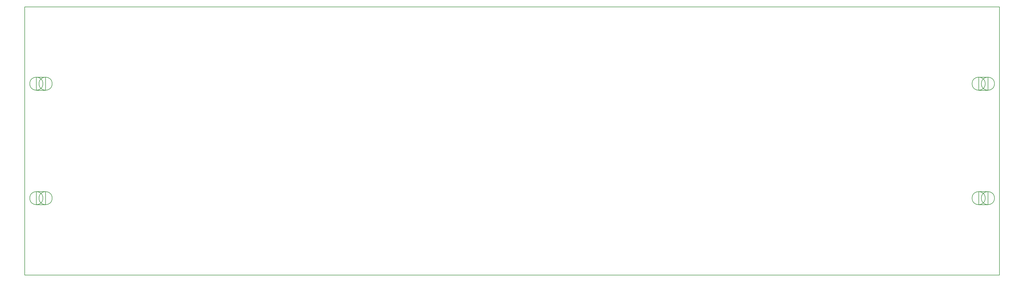
<source format=gko>
G04 Layer: BoardOutlineLayer*
G04 EasyEDA v6.5.34, 2023-08-21 18:11:39*
G04 960434acb54549deb8d315a4818e8252,5a6b42c53f6a479593ecc07194224c93,10*
G04 Gerber Generator version 0.2*
G04 Scale: 100 percent, Rotated: No, Reflected: No *
G04 Dimensions in millimeters *
G04 leading zeros omitted , absolute positions ,4 integer and 5 decimal *
%FSLAX45Y45*%
%MOMM*%

%ADD10C,0.2540*%
D10*
X0Y13296900D02*
G01*
X48260000Y13296900D01*
X48260000Y0D01*
X0Y-3070D01*
X0Y13296900D01*
G75*
G01*
X711200Y9486900D02*
G02*
X1361597Y9486900I325199J0D01*
G75*
G01*
X1361597Y9486900D02*
G02*
X711200Y9486900I-325198J0D01*
X711200Y9486900D02*
G01*
X711200Y9486900D01*
X579198Y9811893D02*
G01*
X579198Y9161881D01*
X579198Y9161881D02*
G01*
X1036398Y9161881D01*
X1036398Y9161881D02*
G01*
X1036398Y9811893D01*
X1036398Y9811893D02*
G01*
X579198Y9811893D01*
G75*
G01*
X254000Y9486900D02*
G02*
X904397Y9486900I325199J0D01*
G75*
G01*
X904397Y9486900D02*
G02*
X254000Y9486900I-325198J0D01*
X254000Y9486900D02*
G01*
X254000Y9486900D01*
G75*
G01*
X254000Y3810000D02*
G02*
X904397Y3810000I325199J0D01*
G75*
G01*
X904397Y3810000D02*
G02*
X254000Y3810000I-325198J0D01*
X254000Y3810000D02*
G01*
X254000Y3810000D01*
X579198Y4134993D02*
G01*
X579198Y3484981D01*
X579198Y3484981D02*
G01*
X1036398Y3484981D01*
X1036398Y3484981D02*
G01*
X1036398Y4134993D01*
X1036398Y4134993D02*
G01*
X579198Y4134993D01*
G75*
G01*
X711200Y3810000D02*
G02*
X1361597Y3810000I325199J0D01*
G75*
G01*
X1361597Y3810000D02*
G02*
X711200Y3810000I-325198J0D01*
X711200Y3810000D02*
G01*
X711200Y3810000D01*
G75*
G01*
X47365696Y3810000D02*
G02*
X48016094Y3810000I325199J0D01*
G75*
G01*
X48016094Y3810000D02*
G02*
X47365696Y3810000I-325199J0D01*
X47365696Y3810000D02*
G01*
X47365696Y3810000D01*
X47233695Y4134993D02*
G01*
X47233695Y3484981D01*
X47233695Y3484981D02*
G01*
X47690895Y3484981D01*
X47690895Y3484981D02*
G01*
X47690895Y4134993D01*
X47690895Y4134993D02*
G01*
X47233695Y4134993D01*
G75*
G01*
X46908496Y3810000D02*
G02*
X47558894Y3810000I325199J0D01*
G75*
G01*
X47558894Y3810000D02*
G02*
X46908496Y3810000I-325199J0D01*
X46908496Y3810000D02*
G01*
X46908496Y3810000D01*
G75*
G01*
X46908496Y9486900D02*
G02*
X47558894Y9486900I325199J0D01*
G75*
G01*
X47558894Y9486900D02*
G02*
X46908496Y9486900I-325199J0D01*
X46908496Y9486900D02*
G01*
X46908496Y9486900D01*
X47233695Y9811893D02*
G01*
X47233695Y9161881D01*
X47233695Y9161881D02*
G01*
X47690895Y9161881D01*
X47690895Y9161881D02*
G01*
X47690895Y9811893D01*
X47690895Y9811893D02*
G01*
X47233695Y9811893D01*
G75*
G01*
X47365696Y9486900D02*
G02*
X48016094Y9486900I325199J0D01*
G75*
G01*
X48016094Y9486900D02*
G02*
X47365696Y9486900I-325199J0D01*
X47365696Y9486900D02*
G01*
X47365696Y9486900D01*

%LPD*%
M02*

</source>
